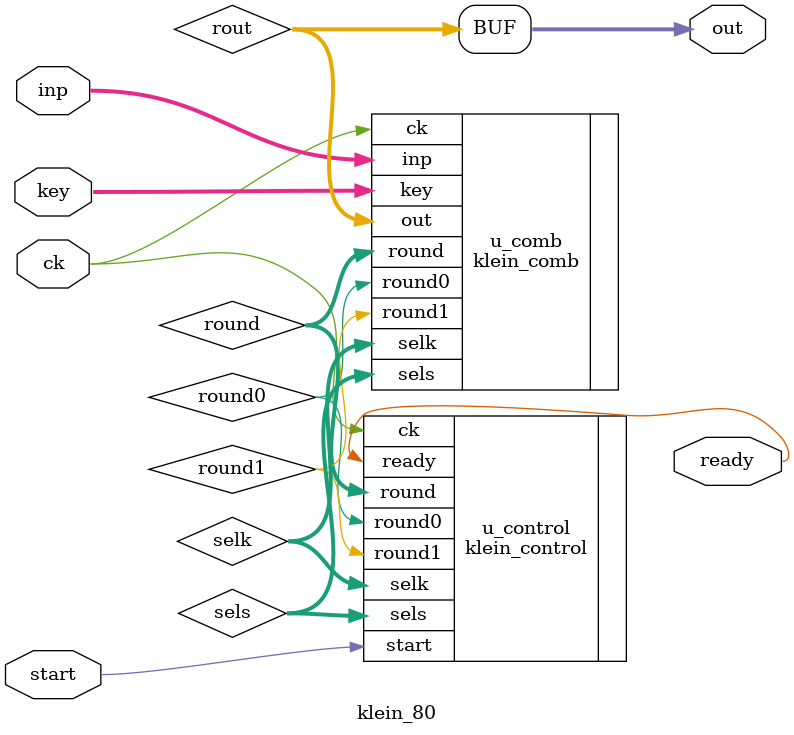
<source format=v>
module  klein_80 ( start , inp , key , ck , ready , out ) ;


input   start ;
input   [0:7]  inp ;  // Data input
input   [0:7]  key ;  // Key input
input   ck ; // Rising edge clock

output  ready ;
output  [0:7]  out ;  // Data output

wire    round0 ,round1 ;
wire    [0:4]  round ;
wire    [0:7]  rout;
wire    [0:3]  sels;
wire    [0:4]  selk;


//( start , ck , rn , round0 ,  round, active , ready, sels, selk )
klein_control  u_control  (
  .start   ( start   ) ,
  .ck      ( ck      ) ,
  .round0  ( round0  ) ,
  .round1  ( round1  ) ,
  .round   ( round   ) ,
  .ready   ( ready   ) ,
  .sels    ( sels    ) ,
  .selk    ( selk    ) 
) ;

//( inp, key, round0, round, sels, selk, out, clk, rst) 
klein_comb  u_comb  (
  .inp     ( inp    ), 
  .key     ( key    ), 
  .round0  ( round0 ), 
  .round1  ( round1 ),  
  .ck      ( ck     ) ,
  .round   ( round  ),
  .sels    ( sels   ),
  .selk    ( selk   ), 
  .out     ( rout   )
) ;

assign  out  =  rout ;


endmodule

</source>
